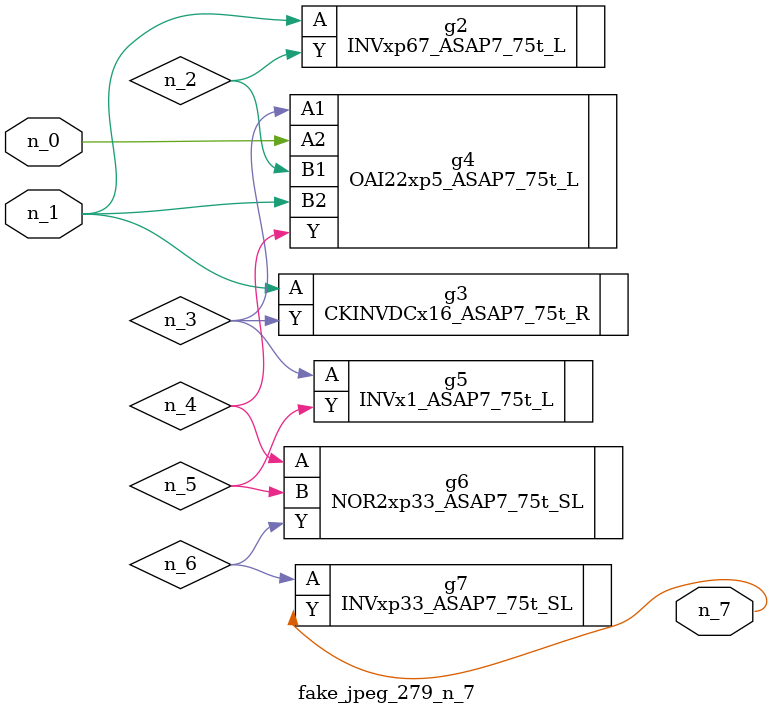
<source format=v>
module fake_jpeg_279_n_7 (n_0, n_1, n_7);

input n_0;
input n_1;

output n_7;

wire n_2;
wire n_3;
wire n_4;
wire n_6;
wire n_5;

INVxp67_ASAP7_75t_L g2 ( 
.A(n_1),
.Y(n_2)
);

CKINVDCx16_ASAP7_75t_R g3 ( 
.A(n_1),
.Y(n_3)
);

OAI22xp5_ASAP7_75t_L g4 ( 
.A1(n_3),
.A2(n_0),
.B1(n_2),
.B2(n_1),
.Y(n_4)
);

NOR2xp33_ASAP7_75t_SL g6 ( 
.A(n_4),
.B(n_5),
.Y(n_6)
);

INVx1_ASAP7_75t_L g5 ( 
.A(n_3),
.Y(n_5)
);

INVxp33_ASAP7_75t_SL g7 ( 
.A(n_6),
.Y(n_7)
);


endmodule
</source>
